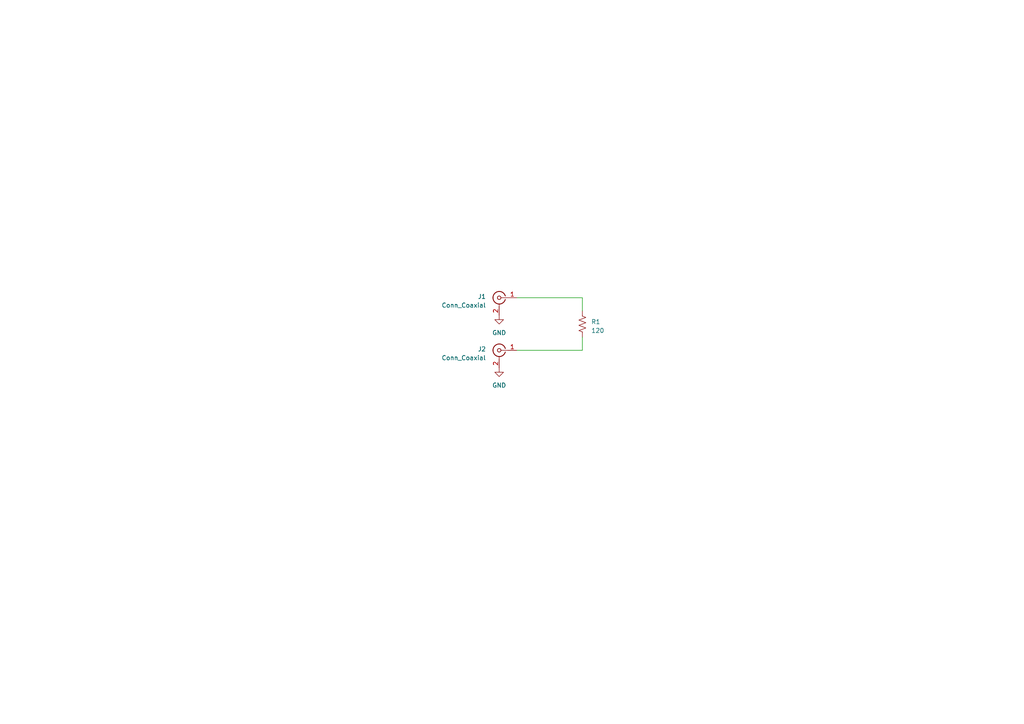
<source format=kicad_sch>
(kicad_sch (version 20230121) (generator eeschema)
  (paper "A4")
  (title_block (title "Differential Impedance Coupon") (date "2023-03-12") (rev "1.0"))
  (lib_symbols
    (symbol "Connector:Conn_Coaxial" (pin_names (offset 1.016) hide)
      (property "Reference" "J" (at 0.254 3.048 0))
      (property "Value" "Conn_Coaxial" (at 2.921 0 90))
      (symbol "Conn_Coaxial_0_1"
        (arc (start -1.778 -0.508) (mid 0.2311 -1.8066) (end 1.778 0) (stroke (width 0.254)))
        (polyline (pts (xy -2.54 0) (xy -0.508 0)))
        (polyline (pts (xy 0 -2.54) (xy 0 -1.778)))
        (circle (center 0 0) (radius 0.508) (stroke (width 0.2032)))
        (arc (start 1.778 0) (mid 0.2099 1.8101) (end -1.778 0.508) (stroke (width 0.254)))
      )
      (symbol "Conn_Coaxial_1_1"
        (pin passive line (at -5.08 0 0) (length 2.54) (name "In") (number "1"))
        (pin passive line (at 0 -5.08 90) (length 2.54) (name "Ext") (number "2"))
      )
    )
    (symbol "Device:R_US" (pin_numbers hide) (pin_names (offset 0))
      (property "Reference" "R" (at 2.54 0 90))
      (property "Value" "R_US" (at -2.54 0 90))
      (symbol "R_US_0_1"
        (polyline (pts (xy 0 -2.286) (xy 0 -2.54)))
        (polyline (pts (xy 0 2.286) (xy 0 2.54)))
        (polyline (pts (xy 0 -0.762) (xy 1.016 -1.143) (xy 0 -1.524) (xy -1.016 -1.905) (xy 0 -2.286)))
        (polyline (pts (xy 0 0.762) (xy 1.016 0.381) (xy 0 0) (xy -1.016 -0.381) (xy 0 -0.762)))
        (polyline (pts (xy 0 2.286) (xy 1.016 1.905) (xy 0 1.524) (xy -1.016 1.143) (xy 0 0.762)))
      )
      (symbol "R_US_1_1"
        (pin passive line (at 0 3.81 270) (length 1.27) (name "~") (number "1"))
        (pin passive line (at 0 -3.81 90) (length 1.27) (name "~") (number "2"))
      )
    )
    (symbol "power:GND" (power) (pin_names (offset 0))
      (property "Value" "GND" (at 0 -3.81 0))
      (symbol "GND_0_1"
        (polyline (pts (xy 0 0) (xy 0 -1.27) (xy 1.27 -1.27) (xy 0 -2.54) (xy -1.27 -1.27) (xy 0 -1.27)))
      )
      (symbol "GND_1_1"
        (pin power_in line (at 0 0 270) (length 0) hide (name "GND") (number "1"))
      )
    )
  )
  (wire (pts (xy 149.86 101.6) (xy 168.91 101.6)))
  (wire (pts (xy 168.91 97.79) (xy 168.91 101.6)))
  (wire (pts (xy 149.86 86.36) (xy 168.91 86.36)))
  (wire (pts (xy 168.91 86.36) (xy 168.91 90.17)))
  (symbol (lib_id "Device:R_US") (at 168.91 93.98 0) (unit 1)
    (property "Reference" "R1" (at 171.45 93.345 0) (effects (justify left)))
    (property "Value" "120" (at 171.45 95.885 0) (effects (justify left)))
  )
  (symbol (lib_id "Connector:Conn_Coaxial") (at 144.78 101.6 0) (mirror y) (unit 1)
    (property "Reference" "J2" (at 140.97 101.2582 0) (effects (justify left)))
    (property "Value" "Conn_Coaxial" (at 140.97 103.7982 0) (effects (justify left)))
    (property "Datasheet" " ~" (effects hide))
  )
  (symbol (lib_id "power:GND") (at 144.78 91.44 0) (unit 1)
    (property "Reference" "#PWR01" (effects hide))
    (property "Value" "GND" (at 144.78 96.52 0))
  )
  (symbol (lib_id "Connector:Conn_Coaxial") (at 144.78 86.36 0) (mirror y) (unit 1)
    (property "Reference" "J1" (at 140.97 86.0182 0) (effects (justify left)))
    (property "Value" "Conn_Coaxial" (at 140.97 88.5582 0) (effects (justify left)))
    (property "Datasheet" " ~" (effects hide))
  )
  (symbol (lib_id "power:GND") (at 144.78 106.68 0) (unit 1)
    (property "Reference" "#PWR02" (effects hide))
    (property "Value" "GND" (at 144.78 111.76 0))
  )
)
</source>
